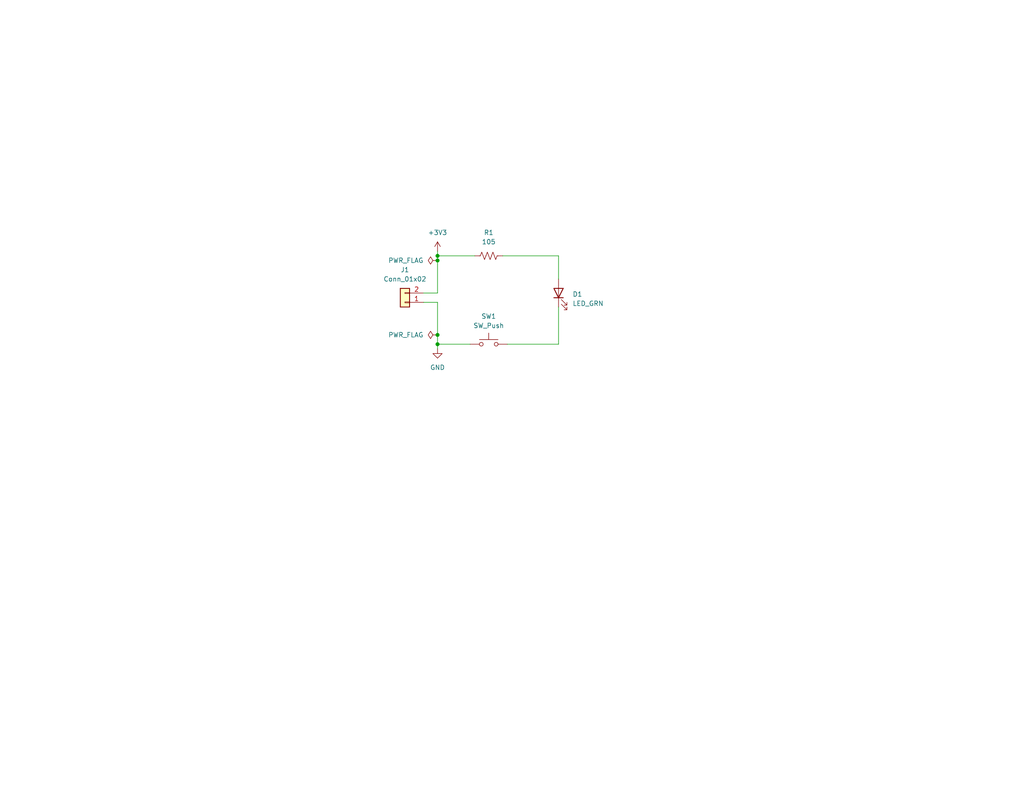
<source format=kicad_sch>
(kicad_sch (version 20231120) (generator "eeschema") (generator_version "8.0")
  (paper "USLetter")
  (title_block (title "LED Project 1") (date "2024-09-16") (rev "1.0") (company "Illini Solar Car") (comment 1 "Designed By: Eunsol Le"))
  (lib_symbols
    (symbol "Connector_Generic:Conn_01x02" (pin_names (offset 1.016) hide)
      (property "Reference" "J" (at 0 2.54 0))
      (property "Value" "Conn_01x02" (at 0 -5.08 0))
      (symbol "Conn_01x02_1_1"
        (rectangle (start -1.27 -2.413) (end 0 -2.667) (stroke (width 0.1524)))
        (rectangle (start -1.27 0.127) (end 0 -0.127) (stroke (width 0.1524)))
        (rectangle (start -1.27 1.27) (end 1.27 -3.81) (stroke (width 0.254)) (fill (type background)))
        (pin passive line (at -5.08 0 0) (length 3.81) (name "Pin_1") (number "1"))
        (pin passive line (at -5.08 -2.54 0) (length 3.81) (name "Pin_2") (number "2"))
      )
    )
    (symbol "Device:LED" (pin_numbers hide) (pin_names (offset 1.016) hide)
      (property "Reference" "D" (at 0 2.54 0))
      (property "Value" "LED" (at 0 -2.54 0))
      (symbol "LED_0_1"
        (polyline (pts (xy -1.27 -1.27) (xy -1.27 1.27)) (stroke (width 0.254)))
        (polyline (pts (xy -1.27 0) (xy 1.27 0)))
        (polyline (pts (xy 1.27 -1.27) (xy 1.27 1.27) (xy -1.27 0) (xy 1.27 -1.27)) (stroke (width 0.254)))
        (polyline (pts (xy -3.048 -0.762) (xy -4.572 -2.286) (xy -3.81 -2.286) (xy -4.572 -2.286) (xy -4.572 -1.524)))
        (polyline (pts (xy -1.778 -0.762) (xy -3.302 -2.286) (xy -2.54 -2.286) (xy -3.302 -2.286) (xy -3.302 -1.524)))
      )
      (symbol "LED_1_1"
        (pin passive line (at -3.81 0 0) (length 2.54) (name "K") (number "1"))
        (pin passive line (at 3.81 0 180) (length 2.54) (name "A") (number "2"))
      )
    )
    (symbol "Device:R_US" (pin_numbers hide) (pin_names (offset 0))
      (property "Reference" "R" (at 2.54 0 90))
      (property "Value" "R_US" (at -2.54 0 90))
      (symbol "R_US_0_1"
        (polyline (pts (xy 0 -2.286) (xy 0 -2.54)))
        (polyline (pts (xy 0 2.286) (xy 0 2.54)))
        (polyline (pts (xy 0 -0.762) (xy 1.016 -1.143) (xy 0 -1.524) (xy -1.016 -1.905) (xy 0 -2.286)))
        (polyline (pts (xy 0 0.762) (xy 1.016 0.381) (xy 0 0) (xy -1.016 -0.381) (xy 0 -0.762)))
        (polyline (pts (xy 0 2.286) (xy 1.016 1.905) (xy 0 1.524) (xy -1.016 1.143) (xy 0 0.762)))
      )
      (symbol "R_US_1_1"
        (pin passive line (at 0 3.81 270) (length 1.27) (name "~") (number "1"))
        (pin passive line (at 0 -3.81 90) (length 1.27) (name "~") (number "2"))
      )
    )
    (symbol "Switch:SW_Push" (pin_numbers hide) (pin_names (offset 1.016) hide)
      (property "Reference" "SW" (at 1.27 2.54 0))
      (property "Value" "SW_Push" (at 0 -1.524 0))
      (symbol "SW_Push_0_1"
        (circle (center -2.032 0) (radius 0.508))
        (polyline (pts (xy 0 1.27) (xy 0 3.048)))
        (polyline (pts (xy 2.54 1.27) (xy -2.54 1.27)))
        (circle (center 2.032 0) (radius 0.508))
        (pin passive line (at -5.08 0 0) (length 2.54) (name "1") (number "1"))
        (pin passive line (at 5.08 0 180) (length 2.54) (name "2") (number "2"))
      )
    )
    (symbol "power:+3V3" (power) (pin_names (offset 0))
      (property "Value" "+3V3" (at 0 3.556 0))
      (symbol "+3V3_0_1"
        (polyline (pts (xy -0.762 1.27) (xy 0 2.54)))
        (polyline (pts (xy 0 0) (xy 0 2.54)))
        (polyline (pts (xy 0 2.54) (xy 0.762 1.27)))
      )
      (symbol "+3V3_1_1"
        (pin power_in line (at 0 0 90) (length 0) hide (name "+3V3") (number "1"))
      )
    )
    (symbol "power:GND" (power) (pin_names (offset 0))
      (property "Value" "GND" (at 0 -3.81 0))
      (symbol "GND_0_1"
        (polyline (pts (xy 0 0) (xy 0 -1.27) (xy 1.27 -1.27) (xy 0 -2.54) (xy -1.27 -1.27) (xy 0 -1.27)))
      )
      (symbol "GND_1_1"
        (pin power_in line (at 0 0 270) (length 0) hide (name "GND") (number "1"))
      )
    )
    (symbol "power:PWR_FLAG" (power) (pin_numbers hide) (pin_names (offset 0) hide)
      (property "Value" "PWR_FLAG" (at 0 3.81 0))
      (symbol "PWR_FLAG_0_0"
        (pin power_out line (at 0 0 90) (length 0) (name "pwr") (number "1"))
      )
      (symbol "PWR_FLAG_0_1"
        (polyline (pts (xy 0 0) (xy 0 1.27) (xy -1.016 1.905) (xy 0 2.54) (xy 1.016 1.905) (xy 0 1.27)))
      )
    )
  )
  (junction (at 119.38 93.98))
  (junction (at 119.38 69.85))
  (junction (at 119.38 91.44))
  (junction (at 119.38 71.12))
  (wire (pts (xy 152.4 69.85) (xy 152.4 76.2)))
  (wire (pts (xy 119.38 71.12) (xy 119.38 80.01)))
  (wire (pts (xy 119.38 71.12) (xy 119.38 69.85)))
  (wire (pts (xy 119.38 91.44) (xy 119.38 82.55)))
  (wire (pts (xy 138.43 93.98) (xy 152.4 93.98)))
  (wire (pts (xy 119.38 69.85) (xy 129.54 69.85)))
  (wire (pts (xy 119.38 91.44) (xy 119.38 93.98)))
  (wire (pts (xy 152.4 83.82) (xy 152.4 93.98)))
  (wire (pts (xy 115.57 80.01) (xy 119.38 80.01)))
  (wire (pts (xy 128.27 93.98) (xy 119.38 93.98)))
  (wire (pts (xy 119.38 69.85) (xy 119.38 68.58)))
  (wire (pts (xy 137.16 69.85) (xy 152.4 69.85)))
  (wire (pts (xy 115.57 82.55) (xy 119.38 82.55)))
  (wire (pts (xy 119.38 93.98) (xy 119.38 95.25)))
  (symbol (lib_id "power:+3V3") (at 119.38 68.58 0) (unit 1)
    (property "Reference" "#PWR01" (effects (hide yes)))
    (property "Value" "+3V3" (at 119.38 63.5 0))
    (property "Description" "Power symbol creates a global label with name \"+3V3\"" (effects (hide yes)))
  )
  (symbol (lib_id "power:PWR_FLAG") (at 119.38 71.12 90) (unit 1)
    (property "Reference" "#FLG01" (effects (hide yes)))
    (property "Value" "PWR_FLAG" (at 115.57 71.1199 90) (effects (justify left)))
    (property "Description" "Special symbol for telling ERC where power comes from" (effects (hide yes)))
  )
  (symbol (lib_id "Device:LED") (at 152.4 80.01 90) (unit 1)
    (property "Reference" "D1" (at 156.21 80.3274 90) (effects (justify right)))
    (property "Value" "LED_GRN" (at 156.21 82.8674 90) (effects (justify right)))
    (property "Footprint" "layout:LED_0603_Symbol_on_F.SilkS" (effects (hide yes)))
    (property "Description" "Light emitting diode" (effects (hide yes)))
  )
  (symbol (lib_id "Switch:SW_Push") (at 133.35 93.98 0) (unit 1)
    (property "Reference" "SW1" (at 133.35 86.36 0))
    (property "Value" "SW_Push" (at 133.35 88.9 0))
    (property "Footprint" "Button_Switch_SMD:SW_DIP_SPSTx01_Slide_6.7x4.1mm_W8.61mm_P2.54mm_LowProfile" (effects (hide yes)))
    (property "Datasheet" "https://www.te.com/usa-en/product-1825910-6.datasheet.pdf" (effects (hide yes)))
    (property "Description" "Push button switch, generic, two pins" (effects (hide yes)))
    (property "MPN" "  1825910-6" (effects (hide yes)))
  )
  (symbol (lib_id "power:PWR_FLAG") (at 119.38 91.44 90) (unit 1)
    (property "Reference" "#FLG02" (effects (hide yes)))
    (property "Value" "PWR_FLAG" (at 115.57 91.4399 90) (effects (justify left)))
    (property "Description" "Special symbol for telling ERC where power comes from" (effects (hide yes)))
  )
  (symbol (lib_id "Connector_Generic:Conn_01x02") (at 110.49 82.55 180) (unit 1)
    (property "Reference" "J1" (at 110.49 73.66 0))
    (property "Value" "Conn_01x02" (at 110.49 76.2 0))
    (property "Footprint" "Connector_Molex:Molex_KK-254_AE-6410-02A_1x02_P2.54mm_Vertical" (effects (hide yes)))
    (property "Datasheet" "https://www.molex.com/en-us/products/part-detail-pdf/22272021?display=pdf" (effects (hide yes)))
    (property "Description" "Generic connector, single row, 01x02, script generated (kicad-library-utils/schlib/autogen/connector/)" (effects (hide yes)))
    (property "MPN" "22272021" (effects (hide yes)))
  )
  (symbol (lib_id "Device:R_US") (at 133.35 69.85 90) (unit 1)
    (property "Reference" "R1" (at 133.35 63.5 90))
    (property "Value" "105" (at 133.35 66.04 90))
    (property "Footprint" "Resistor_SMD:R_0603_1608Metric_Pad0.98x0.95mm_HandSolder" (effects (hide yes)))
    (property "Description" "Resistor, US symbol" (effects (hide yes)))
  )
  (symbol (lib_id "power:GND") (at 119.38 95.25 0) (unit 1)
    (property "Reference" "#PWR02" (effects (hide yes)))
    (property "Value" "GND" (at 119.38 100.33 0))
    (property "Description" "Power symbol creates a global label with name \"GND\" , ground" (effects (hide yes)))
  )
)
</source>
